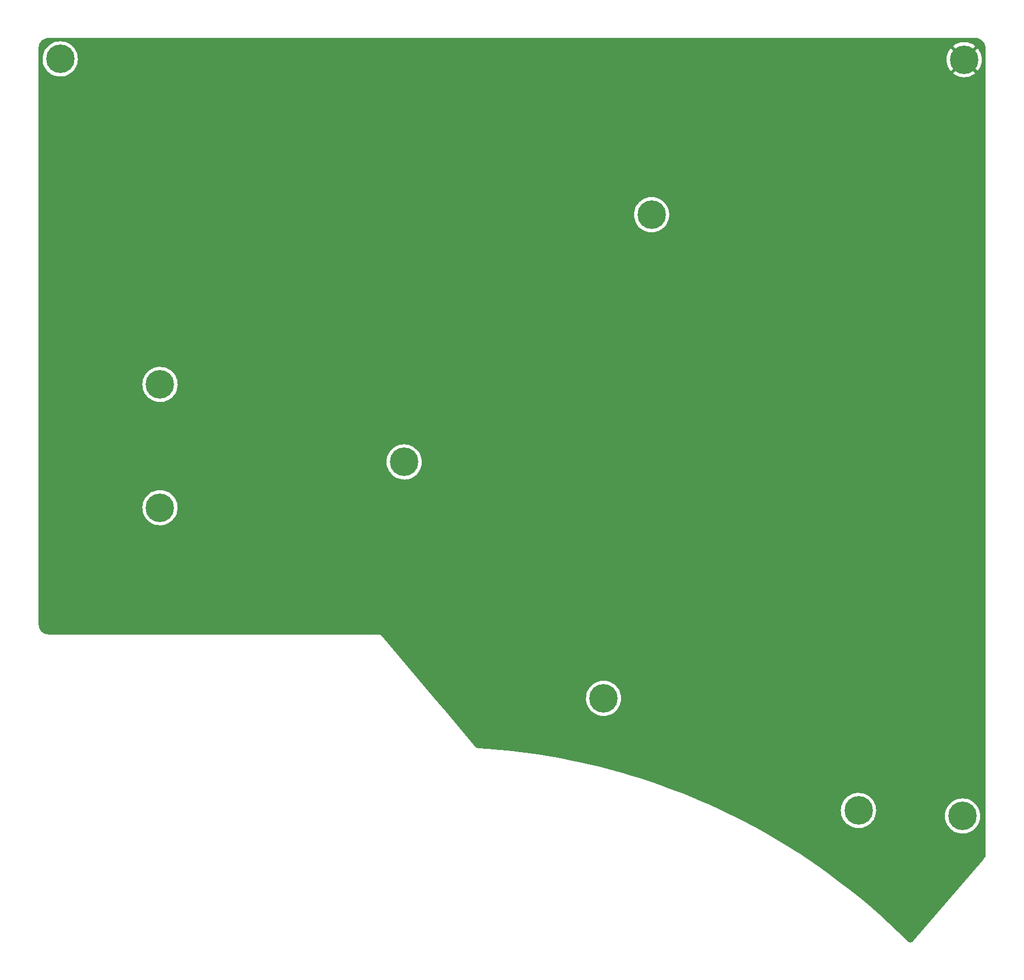
<source format=gbr>
%TF.GenerationSoftware,KiCad,Pcbnew,(6.0.5)*%
%TF.CreationDate,2022-07-25T14:13:38-03:00*%
%TF.ProjectId,bluejay_base,626c7565-6a61-4795-9f62-6173652e6b69,rev?*%
%TF.SameCoordinates,Original*%
%TF.FileFunction,Copper,L2,Bot*%
%TF.FilePolarity,Positive*%
%FSLAX46Y46*%
G04 Gerber Fmt 4.6, Leading zero omitted, Abs format (unit mm)*
G04 Created by KiCad (PCBNEW (6.0.5)) date 2022-07-25 14:13:38*
%MOMM*%
%LPD*%
G01*
G04 APERTURE LIST*
%TA.AperFunction,ComponentPad*%
%ADD10C,4.400000*%
%TD*%
G04 APERTURE END LIST*
D10*
%TO.P,H9,1*%
%TO.N,N/C*%
X56950000Y-64150000D03*
%TD*%
%TO.P,H8,1*%
%TO.N,N/C*%
X40900000Y-63300000D03*
%TD*%
%TO.P,H5,1*%
%TO.N,N/C*%
X-29150000Y-9550000D03*
%TD*%
%TO.P,H1,1*%
%TO.N,N/C*%
X-82200000Y52600000D03*
%TD*%
%TO.P,H7,1*%
%TO.N,N/C*%
X1600000Y-46000000D03*
%TD*%
%TO.P,H2,1,1*%
%TO.N,GND*%
X57200000Y52500000D03*
%TD*%
%TO.P,H3,1*%
%TO.N,N/C*%
X9000000Y28600000D03*
%TD*%
%TO.P,H6,1*%
%TO.N,N/C*%
X-66800000Y-16600000D03*
%TD*%
%TO.P,H4,1*%
%TO.N,N/C*%
X-66800000Y2400000D03*
%TD*%
%TA.AperFunction,Conductor*%
%TO.N,GND*%
G36*
X57044545Y55891442D02*
G01*
X57740352Y55871158D01*
X58925216Y55836616D01*
X58941331Y55835106D01*
X58973209Y55830033D01*
X58988526Y55831984D01*
X59013813Y55832644D01*
X59182821Y55820040D01*
X59200532Y55817444D01*
X59390887Y55775551D01*
X59408052Y55770471D01*
X59590542Y55702027D01*
X59606815Y55694566D01*
X59777774Y55600945D01*
X59792824Y55591253D01*
X59948784Y55474355D01*
X59962309Y55462628D01*
X60100128Y55324809D01*
X60111855Y55311284D01*
X60228753Y55155324D01*
X60238445Y55140274D01*
X60332066Y54969315D01*
X60339527Y54953042D01*
X60407971Y54770552D01*
X60413051Y54753387D01*
X60454944Y54563032D01*
X60457540Y54545321D01*
X60467211Y54415653D01*
X60469615Y54383414D01*
X60468912Y54365096D01*
X60468841Y54357135D01*
X60467490Y54348261D01*
X60468684Y54339364D01*
X60471580Y54317775D01*
X60472699Y54301021D01*
X60472700Y-70421628D01*
X60452698Y-70489749D01*
X60442378Y-70503615D01*
X60069844Y-70938349D01*
X49419577Y-83366829D01*
X49409307Y-83377478D01*
X49396721Y-83389082D01*
X49382949Y-83401779D01*
X49378321Y-83409473D01*
X49377543Y-83410428D01*
X49359493Y-83433504D01*
X49325218Y-83467735D01*
X49295157Y-83497758D01*
X49272590Y-83515644D01*
X49179308Y-83573569D01*
X49153266Y-83585866D01*
X49049267Y-83621097D01*
X49021117Y-83627159D01*
X48911842Y-83637857D01*
X48883048Y-83637370D01*
X48793747Y-83625562D01*
X48774187Y-83622976D01*
X48746261Y-83615964D01*
X48643513Y-83577228D01*
X48617907Y-83564058D01*
X48526636Y-83503004D01*
X48504692Y-83484365D01*
X48446917Y-83422617D01*
X48436773Y-83410297D01*
X48431859Y-83403492D01*
X48427688Y-83395542D01*
X48409333Y-83376525D01*
X48397575Y-83362413D01*
X48382177Y-83340921D01*
X48377763Y-83336425D01*
X48376791Y-83335434D01*
X48376787Y-83335431D01*
X48373383Y-83331963D01*
X48370579Y-83329875D01*
X48368261Y-83327737D01*
X46968380Y-81962482D01*
X46302823Y-81337759D01*
X45538265Y-80620108D01*
X45538223Y-80620070D01*
X45537838Y-80619708D01*
X44081893Y-79304522D01*
X42601076Y-78017404D01*
X42600679Y-78017072D01*
X42600652Y-78017049D01*
X41096412Y-76759228D01*
X41095929Y-76758824D01*
X39567002Y-75529242D01*
X38014852Y-74329108D01*
X36440048Y-73158859D01*
X34843164Y-72018924D01*
X34842699Y-72018605D01*
X34842670Y-72018585D01*
X33225254Y-70910041D01*
X33224783Y-70909718D01*
X33224351Y-70909434D01*
X33224311Y-70909407D01*
X31585938Y-69831937D01*
X31585911Y-69831920D01*
X31585498Y-69831648D01*
X29925908Y-68785106D01*
X29535044Y-68548946D01*
X28247174Y-67770812D01*
X28247135Y-67770789D01*
X28246617Y-67770476D01*
X26548240Y-66788128D01*
X24831398Y-65838421D01*
X23096718Y-64921702D01*
X23096241Y-64921461D01*
X23096213Y-64921447D01*
X21345363Y-64038572D01*
X21345342Y-64038562D01*
X21344833Y-64038305D01*
X21277388Y-64005897D01*
X20435777Y-63601498D01*
X19749182Y-63271585D01*
X38186698Y-63271585D01*
X38202936Y-63597759D01*
X38203577Y-63601490D01*
X38203578Y-63601498D01*
X38242463Y-63827793D01*
X38258241Y-63919619D01*
X38259329Y-63923258D01*
X38259330Y-63923261D01*
X38344135Y-64206826D01*
X38351814Y-64232504D01*
X38482297Y-64531881D01*
X38484220Y-64535152D01*
X38484222Y-64535156D01*
X38526584Y-64607215D01*
X38647802Y-64813414D01*
X38650103Y-64816429D01*
X38843631Y-65070012D01*
X38843636Y-65070017D01*
X38845931Y-65073025D01*
X39073814Y-65306953D01*
X39204186Y-65411962D01*
X39325196Y-65509431D01*
X39325201Y-65509435D01*
X39328149Y-65511809D01*
X39605253Y-65684627D01*
X39901112Y-65822903D01*
X39904721Y-65824086D01*
X40206532Y-65923025D01*
X40211440Y-65924634D01*
X40531742Y-65988346D01*
X40535514Y-65988633D01*
X40535522Y-65988634D01*
X40853602Y-66012829D01*
X40853607Y-66012829D01*
X40857379Y-66013116D01*
X41183633Y-65998586D01*
X41243425Y-65988634D01*
X41502037Y-65945590D01*
X41502042Y-65945589D01*
X41505778Y-65944967D01*
X41819149Y-65853034D01*
X41822616Y-65851544D01*
X41822620Y-65851543D01*
X42115721Y-65725616D01*
X42115723Y-65725615D01*
X42119205Y-65724119D01*
X42401601Y-65560091D01*
X42662245Y-65363324D01*
X42871000Y-65162084D01*
X42894632Y-65139303D01*
X42894635Y-65139300D01*
X42897363Y-65136670D01*
X43072157Y-64921969D01*
X43101155Y-64886351D01*
X43101158Y-64886347D01*
X43103549Y-64883410D01*
X43277815Y-64607215D01*
X43313294Y-64532329D01*
X43416009Y-64315522D01*
X43417638Y-64312084D01*
X43444188Y-64232504D01*
X43481193Y-64121585D01*
X54236698Y-64121585D01*
X54252936Y-64447759D01*
X54253577Y-64451490D01*
X54253578Y-64451498D01*
X54268109Y-64536060D01*
X54308241Y-64769619D01*
X54309329Y-64773258D01*
X54309330Y-64773261D01*
X54353804Y-64921969D01*
X54401814Y-65082504D01*
X54403327Y-65085975D01*
X54403329Y-65085981D01*
X54434929Y-65158482D01*
X54532297Y-65381881D01*
X54534220Y-65385152D01*
X54534222Y-65385156D01*
X54576584Y-65457215D01*
X54697802Y-65663414D01*
X54700103Y-65666429D01*
X54893631Y-65920012D01*
X54893636Y-65920017D01*
X54895931Y-65923025D01*
X55123814Y-66156953D01*
X55196635Y-66215607D01*
X55375196Y-66359431D01*
X55375201Y-66359435D01*
X55378149Y-66361809D01*
X55655253Y-66534627D01*
X55951112Y-66672903D01*
X56261440Y-66774634D01*
X56581742Y-66838346D01*
X56585514Y-66838633D01*
X56585522Y-66838634D01*
X56903602Y-66862829D01*
X56903607Y-66862829D01*
X56907379Y-66863116D01*
X57233633Y-66848586D01*
X57293425Y-66838634D01*
X57552037Y-66795590D01*
X57552042Y-66795589D01*
X57555778Y-66794967D01*
X57869149Y-66703034D01*
X57872616Y-66701544D01*
X57872620Y-66701543D01*
X58165721Y-66575616D01*
X58165723Y-66575615D01*
X58169205Y-66574119D01*
X58451601Y-66410091D01*
X58712245Y-66213324D01*
X58829804Y-66099997D01*
X58944632Y-65989303D01*
X58944635Y-65989300D01*
X58947363Y-65986670D01*
X59153549Y-65733410D01*
X59327815Y-65457215D01*
X59467638Y-65162084D01*
X59468840Y-65158482D01*
X59569790Y-64855897D01*
X59569792Y-64855891D01*
X59570992Y-64852293D01*
X59636381Y-64532329D01*
X59642956Y-64451498D01*
X59662674Y-64209061D01*
X59662856Y-64206826D01*
X59663451Y-64150000D01*
X59661510Y-64117796D01*
X59644026Y-63827793D01*
X59644026Y-63827789D01*
X59643798Y-63824015D01*
X59638650Y-63795824D01*
X59585805Y-63506473D01*
X59585804Y-63506469D01*
X59585125Y-63502751D01*
X59577722Y-63478907D01*
X59489404Y-63194477D01*
X59488282Y-63190863D01*
X59354670Y-62892869D01*
X59186226Y-62613084D01*
X59183899Y-62610100D01*
X59183894Y-62610093D01*
X58987726Y-62358558D01*
X58987724Y-62358556D01*
X58985390Y-62355563D01*
X58755070Y-62124034D01*
X58498603Y-61921852D01*
X58219705Y-61751945D01*
X58216261Y-61750379D01*
X58216257Y-61750377D01*
X58105667Y-61700095D01*
X57922414Y-61616775D01*
X57611037Y-61518300D01*
X57393492Y-61477390D01*
X57293809Y-61458645D01*
X57293807Y-61458645D01*
X57290086Y-61457945D01*
X56964208Y-61436586D01*
X56960428Y-61436794D01*
X56960427Y-61436794D01*
X56862897Y-61442162D01*
X56638124Y-61454532D01*
X56634397Y-61455193D01*
X56634393Y-61455193D01*
X56484935Y-61481681D01*
X56316557Y-61511522D01*
X56312941Y-61512624D01*
X56312933Y-61512626D01*
X56054223Y-61591475D01*
X56004167Y-61606731D01*
X55705477Y-61738781D01*
X55614976Y-61792623D01*
X55428074Y-61903817D01*
X55428068Y-61903821D01*
X55424814Y-61905757D01*
X55421812Y-61908073D01*
X55242596Y-62046338D01*
X55166244Y-62105243D01*
X54933513Y-62334347D01*
X54931149Y-62337314D01*
X54931146Y-62337317D01*
X54775860Y-62532189D01*
X54729991Y-62589751D01*
X54558626Y-62867757D01*
X54421902Y-63164336D01*
X54420741Y-63167940D01*
X54420741Y-63167941D01*
X54412196Y-63194477D01*
X54321797Y-63475192D01*
X54321079Y-63478903D01*
X54321078Y-63478907D01*
X54260482Y-63792105D01*
X54260481Y-63792114D01*
X54259763Y-63795824D01*
X54259496Y-63799600D01*
X54259495Y-63799605D01*
X54237261Y-64113627D01*
X54236698Y-64121585D01*
X43481193Y-64121585D01*
X43519790Y-64005897D01*
X43519792Y-64005891D01*
X43520992Y-64002293D01*
X43586381Y-63682329D01*
X43592956Y-63601498D01*
X43612674Y-63359061D01*
X43612856Y-63356826D01*
X43613451Y-63300000D01*
X43611510Y-63267796D01*
X43594026Y-62977793D01*
X43594026Y-62977789D01*
X43593798Y-62974015D01*
X43588650Y-62945824D01*
X43535805Y-62656473D01*
X43535804Y-62656469D01*
X43535125Y-62652751D01*
X43527722Y-62628907D01*
X43442846Y-62355563D01*
X43438282Y-62340863D01*
X43304670Y-62042869D01*
X43136226Y-61763084D01*
X43133899Y-61760100D01*
X43133894Y-61760093D01*
X42937726Y-61508558D01*
X42937724Y-61508556D01*
X42935390Y-61505563D01*
X42705070Y-61274034D01*
X42448603Y-61071852D01*
X42169705Y-60901945D01*
X42166261Y-60900379D01*
X42166257Y-60900377D01*
X42042266Y-60844002D01*
X41872414Y-60766775D01*
X41561037Y-60668300D01*
X41343492Y-60627390D01*
X41243809Y-60608645D01*
X41243807Y-60608645D01*
X41240086Y-60607945D01*
X40914208Y-60586586D01*
X40910428Y-60586794D01*
X40910427Y-60586794D01*
X40812897Y-60592162D01*
X40588124Y-60604532D01*
X40584397Y-60605193D01*
X40584393Y-60605193D01*
X40427341Y-60633027D01*
X40266557Y-60661522D01*
X40262941Y-60662624D01*
X40262933Y-60662626D01*
X39957789Y-60755627D01*
X39954167Y-60756731D01*
X39655477Y-60888781D01*
X39630041Y-60903914D01*
X39378074Y-61053817D01*
X39378068Y-61053821D01*
X39374814Y-61055757D01*
X39371812Y-61058073D01*
X39333640Y-61087523D01*
X39116244Y-61255243D01*
X39113534Y-61257911D01*
X38913129Y-61455193D01*
X38883513Y-61484347D01*
X38881149Y-61487314D01*
X38881146Y-61487317D01*
X38777986Y-61616775D01*
X38679991Y-61739751D01*
X38508626Y-62017757D01*
X38371902Y-62314336D01*
X38370741Y-62317940D01*
X38370741Y-62317941D01*
X38362196Y-62344477D01*
X38271797Y-62625192D01*
X38271079Y-62628903D01*
X38271078Y-62628907D01*
X38210482Y-62942105D01*
X38210481Y-62942114D01*
X38209763Y-62945824D01*
X38209496Y-62949600D01*
X38209495Y-62949605D01*
X38186966Y-63267796D01*
X38186698Y-63271585D01*
X19749182Y-63271585D01*
X19576383Y-63188554D01*
X17792015Y-62372759D01*
X17140550Y-62089843D01*
X15992972Y-61591475D01*
X15992964Y-61591472D01*
X15992380Y-61591218D01*
X15170761Y-61252922D01*
X14178711Y-60844452D01*
X14178680Y-60844440D01*
X14178137Y-60844216D01*
X13979346Y-60766775D01*
X12350479Y-60132234D01*
X12350458Y-60132226D01*
X12349947Y-60132027D01*
X11397310Y-59781738D01*
X10509032Y-59455114D01*
X10509000Y-59455103D01*
X10508479Y-59454911D01*
X10507960Y-59454731D01*
X10507903Y-59454711D01*
X8654955Y-58813305D01*
X8654919Y-58813293D01*
X8654405Y-58813115D01*
X8653884Y-58812946D01*
X8653855Y-58812936D01*
X6789026Y-58207075D01*
X6789019Y-58207073D01*
X6788404Y-58206873D01*
X5534597Y-57825861D01*
X4911762Y-57636592D01*
X4911747Y-57636587D01*
X4911156Y-57636408D01*
X4910616Y-57636255D01*
X4910585Y-57636246D01*
X3023878Y-57102076D01*
X3023847Y-57102067D01*
X3023347Y-57101926D01*
X1125668Y-56603625D01*
X-303314Y-56257451D01*
X-780594Y-56141829D01*
X-780608Y-56141826D01*
X-781189Y-56141685D01*
X-781752Y-56141560D01*
X-781769Y-56141556D01*
X-1505797Y-55980745D01*
X-2696526Y-55716276D01*
X-2697157Y-55716148D01*
X-2697178Y-55716144D01*
X-3901217Y-55472770D01*
X-4619645Y-55327553D01*
X-5847269Y-55103744D01*
X-6549221Y-54975771D01*
X-6549242Y-54975767D01*
X-6549842Y-54975658D01*
X-6550476Y-54975555D01*
X-6550487Y-54975553D01*
X-8485797Y-54660819D01*
X-8485799Y-54660819D01*
X-8486412Y-54660719D01*
X-10428649Y-54382853D01*
X-11257080Y-54280450D01*
X-12375216Y-54142236D01*
X-12375242Y-54142233D01*
X-12375841Y-54142159D01*
X-13351560Y-54040442D01*
X-14326673Y-53938789D01*
X-14326680Y-53938788D01*
X-14327278Y-53938726D01*
X-16282246Y-53772629D01*
X-16282799Y-53772593D01*
X-16282834Y-53772590D01*
X-17636636Y-53683594D01*
X-17970124Y-53661671D01*
X-18036786Y-53637243D01*
X-18058202Y-53617145D01*
X-22739279Y-48063324D01*
X-24502316Y-45971585D01*
X-1113302Y-45971585D01*
X-1097064Y-46297759D01*
X-1096423Y-46301490D01*
X-1096422Y-46301498D01*
X-1081891Y-46386060D01*
X-1041759Y-46619619D01*
X-948186Y-46932504D01*
X-817703Y-47231881D01*
X-815780Y-47235152D01*
X-815778Y-47235156D01*
X-773416Y-47307215D01*
X-652198Y-47513414D01*
X-649897Y-47516429D01*
X-456369Y-47770012D01*
X-456364Y-47770017D01*
X-454069Y-47773025D01*
X-226186Y-48006953D01*
X-153365Y-48065607D01*
X25196Y-48209431D01*
X25201Y-48209435D01*
X28149Y-48211809D01*
X305253Y-48384627D01*
X601112Y-48522903D01*
X911440Y-48624634D01*
X1231742Y-48688346D01*
X1235514Y-48688633D01*
X1235522Y-48688634D01*
X1553602Y-48712829D01*
X1553607Y-48712829D01*
X1557379Y-48713116D01*
X1883633Y-48698586D01*
X1943425Y-48688634D01*
X2202037Y-48645590D01*
X2202042Y-48645589D01*
X2205778Y-48644967D01*
X2519149Y-48553034D01*
X2522616Y-48551544D01*
X2522620Y-48551543D01*
X2815721Y-48425616D01*
X2815723Y-48425615D01*
X2819205Y-48424119D01*
X3101601Y-48260091D01*
X3362245Y-48063324D01*
X3597363Y-47836670D01*
X3803549Y-47583410D01*
X3977815Y-47307215D01*
X4117638Y-47012084D01*
X4144188Y-46932504D01*
X4219790Y-46705897D01*
X4219792Y-46705891D01*
X4220992Y-46702293D01*
X4286381Y-46382329D01*
X4292956Y-46301498D01*
X4312674Y-46059061D01*
X4312856Y-46056826D01*
X4313451Y-46000000D01*
X4311510Y-45967796D01*
X4294026Y-45677793D01*
X4294026Y-45677789D01*
X4293798Y-45674015D01*
X4288650Y-45645824D01*
X4235805Y-45356473D01*
X4235804Y-45356469D01*
X4235125Y-45352751D01*
X4227722Y-45328907D01*
X4139404Y-45044477D01*
X4138282Y-45040863D01*
X4004670Y-44742869D01*
X3836226Y-44463084D01*
X3833899Y-44460100D01*
X3833894Y-44460093D01*
X3637726Y-44208558D01*
X3637724Y-44208556D01*
X3635390Y-44205563D01*
X3405070Y-43974034D01*
X3148603Y-43771852D01*
X2869705Y-43601945D01*
X2866261Y-43600379D01*
X2866257Y-43600377D01*
X2755667Y-43550095D01*
X2572414Y-43466775D01*
X2261037Y-43368300D01*
X2043492Y-43327390D01*
X1943809Y-43308645D01*
X1943807Y-43308645D01*
X1940086Y-43307945D01*
X1614208Y-43286586D01*
X1610428Y-43286794D01*
X1610427Y-43286794D01*
X1512897Y-43292162D01*
X1288124Y-43304532D01*
X1284397Y-43305193D01*
X1284393Y-43305193D01*
X1127341Y-43333027D01*
X966557Y-43361522D01*
X962941Y-43362624D01*
X962933Y-43362626D01*
X657789Y-43455627D01*
X654167Y-43456731D01*
X355477Y-43588781D01*
X330041Y-43603914D01*
X78074Y-43753817D01*
X78068Y-43753821D01*
X74814Y-43755757D01*
X-183756Y-43955243D01*
X-416487Y-44184347D01*
X-418851Y-44187314D01*
X-418854Y-44187317D01*
X-435780Y-44208558D01*
X-620009Y-44439751D01*
X-791374Y-44717757D01*
X-928098Y-45014336D01*
X-929259Y-45017940D01*
X-929259Y-45017941D01*
X-937804Y-45044477D01*
X-1028203Y-45325192D01*
X-1028921Y-45328903D01*
X-1028922Y-45328907D01*
X-1089518Y-45642105D01*
X-1089519Y-45642114D01*
X-1090237Y-45645824D01*
X-1113302Y-45971585D01*
X-24502316Y-45971585D01*
X-32601673Y-36362178D01*
X-32611882Y-36348225D01*
X-32622828Y-36330882D01*
X-32622829Y-36330880D01*
X-32627620Y-36323290D01*
X-32680909Y-36276239D01*
X-32681309Y-36275885D01*
X-32728273Y-36234007D01*
X-32734702Y-36228274D01*
X-32735856Y-36227725D01*
X-32736808Y-36226885D01*
X-32801151Y-36196686D01*
X-32801710Y-36196422D01*
X-32858430Y-36169460D01*
X-32858434Y-36169459D01*
X-32866253Y-36165742D01*
X-32867513Y-36165540D01*
X-32868665Y-36164999D01*
X-32877223Y-36163668D01*
X-32877225Y-36163667D01*
X-32916700Y-36157526D01*
X-32939034Y-36154052D01*
X-32939439Y-36153988D01*
X-32984084Y-36146818D01*
X-33001206Y-36144068D01*
X-33001208Y-36144068D01*
X-33010068Y-36142645D01*
X-33018973Y-36143766D01*
X-33018976Y-36143766D01*
X-33043216Y-36146818D01*
X-33058937Y-36147805D01*
X-37918720Y-36148445D01*
X-83972973Y-36154511D01*
X-83993624Y-36152809D01*
X-84014051Y-36149416D01*
X-84029378Y-36151263D01*
X-84054669Y-36151753D01*
X-84225502Y-36137851D01*
X-84243183Y-36135138D01*
X-84435128Y-36091537D01*
X-84452244Y-36086347D01*
X-84636074Y-36015990D01*
X-84652293Y-36008421D01*
X-84824287Y-35912734D01*
X-84839270Y-35902944D01*
X-84995977Y-35783848D01*
X-85009422Y-35772033D01*
X-85147670Y-35631938D01*
X-85159305Y-35618338D01*
X-85276313Y-35460062D01*
X-85285899Y-35444958D01*
X-85379302Y-35271696D01*
X-85386648Y-35255394D01*
X-85454564Y-35070634D01*
X-85459527Y-35053448D01*
X-85500574Y-34860954D01*
X-85503054Y-34843228D01*
X-85514203Y-34679332D01*
X-85513382Y-34661034D01*
X-85513259Y-34653068D01*
X-85511850Y-34644199D01*
X-85516005Y-34611622D01*
X-85517018Y-34595682D01*
X-85516835Y-18813817D01*
X-85516809Y-16571585D01*
X-69513302Y-16571585D01*
X-69497064Y-16897759D01*
X-69496423Y-16901490D01*
X-69496422Y-16901498D01*
X-69481891Y-16986060D01*
X-69441759Y-17219619D01*
X-69348186Y-17532504D01*
X-69217703Y-17831881D01*
X-69215780Y-17835152D01*
X-69215778Y-17835156D01*
X-69173416Y-17907215D01*
X-69052198Y-18113414D01*
X-69049897Y-18116429D01*
X-68856369Y-18370012D01*
X-68856364Y-18370017D01*
X-68854069Y-18373025D01*
X-68626186Y-18606953D01*
X-68553365Y-18665607D01*
X-68374804Y-18809431D01*
X-68374799Y-18809435D01*
X-68371851Y-18811809D01*
X-68094747Y-18984627D01*
X-67798888Y-19122903D01*
X-67488560Y-19224634D01*
X-67168258Y-19288346D01*
X-67164486Y-19288633D01*
X-67164478Y-19288634D01*
X-66846398Y-19312829D01*
X-66846393Y-19312829D01*
X-66842621Y-19313116D01*
X-66516367Y-19298586D01*
X-66456575Y-19288634D01*
X-66197963Y-19245590D01*
X-66197958Y-19245589D01*
X-66194222Y-19244967D01*
X-65880851Y-19153034D01*
X-65877384Y-19151544D01*
X-65877380Y-19151543D01*
X-65584279Y-19025616D01*
X-65584277Y-19025615D01*
X-65580795Y-19024119D01*
X-65298399Y-18860091D01*
X-65037755Y-18663324D01*
X-64802637Y-18436670D01*
X-64596451Y-18183410D01*
X-64422185Y-17907215D01*
X-64282362Y-17612084D01*
X-64255812Y-17532504D01*
X-64180210Y-17305897D01*
X-64180208Y-17305891D01*
X-64179008Y-17302293D01*
X-64113619Y-16982329D01*
X-64107044Y-16901498D01*
X-64087326Y-16659061D01*
X-64087144Y-16656826D01*
X-64086549Y-16600000D01*
X-64088490Y-16567796D01*
X-64105974Y-16277793D01*
X-64105974Y-16277789D01*
X-64106202Y-16274015D01*
X-64111350Y-16245824D01*
X-64164195Y-15956473D01*
X-64164196Y-15956469D01*
X-64164875Y-15952751D01*
X-64172278Y-15928907D01*
X-64260596Y-15644477D01*
X-64261718Y-15640863D01*
X-64395330Y-15342869D01*
X-64563774Y-15063084D01*
X-64566101Y-15060100D01*
X-64566106Y-15060093D01*
X-64762274Y-14808558D01*
X-64762276Y-14808556D01*
X-64764610Y-14805563D01*
X-64994930Y-14574034D01*
X-65251397Y-14371852D01*
X-65530295Y-14201945D01*
X-65533739Y-14200379D01*
X-65533743Y-14200377D01*
X-65644333Y-14150095D01*
X-65827586Y-14066775D01*
X-66138963Y-13968300D01*
X-66356508Y-13927390D01*
X-66456191Y-13908645D01*
X-66456193Y-13908645D01*
X-66459914Y-13907945D01*
X-66785792Y-13886586D01*
X-66789572Y-13886794D01*
X-66789573Y-13886794D01*
X-66887103Y-13892162D01*
X-67111876Y-13904532D01*
X-67115603Y-13905193D01*
X-67115607Y-13905193D01*
X-67272659Y-13933027D01*
X-67433443Y-13961522D01*
X-67437059Y-13962624D01*
X-67437067Y-13962626D01*
X-67742211Y-14055627D01*
X-67745833Y-14056731D01*
X-68044523Y-14188781D01*
X-68069959Y-14203914D01*
X-68321926Y-14353817D01*
X-68321932Y-14353821D01*
X-68325186Y-14355757D01*
X-68583756Y-14555243D01*
X-68816487Y-14784347D01*
X-68818851Y-14787314D01*
X-68818854Y-14787317D01*
X-68835780Y-14808558D01*
X-69020009Y-15039751D01*
X-69191374Y-15317757D01*
X-69328098Y-15614336D01*
X-69329259Y-15617940D01*
X-69329259Y-15617941D01*
X-69337804Y-15644477D01*
X-69428203Y-15925192D01*
X-69428921Y-15928903D01*
X-69428922Y-15928907D01*
X-69489518Y-16242105D01*
X-69489519Y-16242114D01*
X-69490237Y-16245824D01*
X-69513302Y-16571585D01*
X-85516809Y-16571585D01*
X-85516728Y-9521585D01*
X-31863302Y-9521585D01*
X-31847064Y-9847759D01*
X-31846423Y-9851490D01*
X-31846422Y-9851498D01*
X-31831891Y-9936060D01*
X-31791759Y-10169619D01*
X-31698186Y-10482504D01*
X-31567703Y-10781881D01*
X-31565780Y-10785152D01*
X-31565778Y-10785156D01*
X-31523416Y-10857215D01*
X-31402198Y-11063414D01*
X-31399897Y-11066429D01*
X-31206369Y-11320012D01*
X-31206364Y-11320017D01*
X-31204069Y-11323025D01*
X-30976186Y-11556953D01*
X-30903365Y-11615607D01*
X-30724804Y-11759431D01*
X-30724799Y-11759435D01*
X-30721851Y-11761809D01*
X-30444747Y-11934627D01*
X-30148888Y-12072903D01*
X-29838560Y-12174634D01*
X-29518258Y-12238346D01*
X-29514486Y-12238633D01*
X-29514478Y-12238634D01*
X-29196398Y-12262829D01*
X-29196393Y-12262829D01*
X-29192621Y-12263116D01*
X-28866367Y-12248586D01*
X-28806575Y-12238634D01*
X-28547963Y-12195590D01*
X-28547958Y-12195589D01*
X-28544222Y-12194967D01*
X-28230851Y-12103034D01*
X-28227384Y-12101544D01*
X-28227380Y-12101543D01*
X-27934279Y-11975616D01*
X-27934277Y-11975615D01*
X-27930795Y-11974119D01*
X-27648399Y-11810091D01*
X-27387755Y-11613324D01*
X-27152637Y-11386670D01*
X-26946451Y-11133410D01*
X-26772185Y-10857215D01*
X-26632362Y-10562084D01*
X-26605812Y-10482504D01*
X-26530210Y-10255897D01*
X-26530208Y-10255891D01*
X-26529008Y-10252293D01*
X-26463619Y-9932329D01*
X-26457044Y-9851498D01*
X-26437326Y-9609061D01*
X-26437144Y-9606826D01*
X-26436549Y-9550000D01*
X-26438490Y-9517796D01*
X-26455974Y-9227793D01*
X-26455974Y-9227789D01*
X-26456202Y-9224015D01*
X-26461350Y-9195824D01*
X-26514195Y-8906473D01*
X-26514196Y-8906469D01*
X-26514875Y-8902751D01*
X-26522278Y-8878907D01*
X-26610596Y-8594477D01*
X-26611718Y-8590863D01*
X-26745330Y-8292869D01*
X-26913774Y-8013084D01*
X-26916101Y-8010100D01*
X-26916106Y-8010093D01*
X-27112274Y-7758558D01*
X-27112276Y-7758556D01*
X-27114610Y-7755563D01*
X-27344930Y-7524034D01*
X-27601397Y-7321852D01*
X-27880295Y-7151945D01*
X-27883739Y-7150379D01*
X-27883743Y-7150377D01*
X-27994333Y-7100095D01*
X-28177586Y-7016775D01*
X-28488963Y-6918300D01*
X-28706508Y-6877390D01*
X-28806191Y-6858645D01*
X-28806193Y-6858645D01*
X-28809914Y-6857945D01*
X-29135792Y-6836586D01*
X-29139572Y-6836794D01*
X-29139573Y-6836794D01*
X-29237103Y-6842162D01*
X-29461876Y-6854532D01*
X-29465603Y-6855193D01*
X-29465607Y-6855193D01*
X-29622659Y-6883027D01*
X-29783443Y-6911522D01*
X-29787059Y-6912624D01*
X-29787067Y-6912626D01*
X-30092211Y-7005627D01*
X-30095833Y-7006731D01*
X-30394523Y-7138781D01*
X-30419959Y-7153914D01*
X-30671926Y-7303817D01*
X-30671932Y-7303821D01*
X-30675186Y-7305757D01*
X-30933756Y-7505243D01*
X-31166487Y-7734347D01*
X-31168851Y-7737314D01*
X-31168854Y-7737317D01*
X-31185780Y-7758558D01*
X-31370009Y-7989751D01*
X-31541374Y-8267757D01*
X-31678098Y-8564336D01*
X-31679259Y-8567940D01*
X-31679259Y-8567941D01*
X-31687804Y-8594477D01*
X-31778203Y-8875192D01*
X-31778921Y-8878903D01*
X-31778922Y-8878907D01*
X-31839518Y-9192105D01*
X-31839519Y-9192114D01*
X-31840237Y-9195824D01*
X-31863302Y-9521585D01*
X-85516728Y-9521585D01*
X-85516590Y2428415D01*
X-69513302Y2428415D01*
X-69497064Y2102241D01*
X-69496423Y2098510D01*
X-69496422Y2098502D01*
X-69481891Y2013940D01*
X-69441759Y1780381D01*
X-69348186Y1467496D01*
X-69217703Y1168119D01*
X-69215780Y1164848D01*
X-69215778Y1164844D01*
X-69173416Y1092785D01*
X-69052198Y886586D01*
X-69049897Y883571D01*
X-68856369Y629988D01*
X-68856364Y629983D01*
X-68854069Y626975D01*
X-68626186Y393047D01*
X-68553365Y334393D01*
X-68374804Y190569D01*
X-68374799Y190565D01*
X-68371851Y188191D01*
X-68094747Y15373D01*
X-67798888Y-122903D01*
X-67488560Y-224634D01*
X-67168258Y-288346D01*
X-67164486Y-288633D01*
X-67164478Y-288634D01*
X-66846398Y-312829D01*
X-66846393Y-312829D01*
X-66842621Y-313116D01*
X-66516367Y-298586D01*
X-66456575Y-288634D01*
X-66197963Y-245590D01*
X-66197958Y-245589D01*
X-66194222Y-244967D01*
X-65880851Y-153034D01*
X-65877384Y-151544D01*
X-65877380Y-151543D01*
X-65584279Y-25616D01*
X-65584277Y-25615D01*
X-65580795Y-24119D01*
X-65298399Y139909D01*
X-65037755Y336676D01*
X-64802637Y563330D01*
X-64596451Y816590D01*
X-64422185Y1092785D01*
X-64282362Y1387916D01*
X-64255812Y1467496D01*
X-64180210Y1694103D01*
X-64180208Y1694109D01*
X-64179008Y1697707D01*
X-64113619Y2017671D01*
X-64107044Y2098502D01*
X-64087326Y2340939D01*
X-64087144Y2343174D01*
X-64086549Y2400000D01*
X-64088490Y2432204D01*
X-64105974Y2722207D01*
X-64105974Y2722211D01*
X-64106202Y2725985D01*
X-64111350Y2754176D01*
X-64164195Y3043527D01*
X-64164196Y3043531D01*
X-64164875Y3047249D01*
X-64172278Y3071093D01*
X-64260596Y3355523D01*
X-64261718Y3359137D01*
X-64395330Y3657131D01*
X-64563774Y3936916D01*
X-64566101Y3939900D01*
X-64566106Y3939907D01*
X-64762274Y4191442D01*
X-64762276Y4191444D01*
X-64764610Y4194437D01*
X-64994930Y4425966D01*
X-65251397Y4628148D01*
X-65530295Y4798055D01*
X-65533739Y4799621D01*
X-65533743Y4799623D01*
X-65644333Y4849905D01*
X-65827586Y4933225D01*
X-66138963Y5031700D01*
X-66356508Y5072610D01*
X-66456191Y5091355D01*
X-66456193Y5091355D01*
X-66459914Y5092055D01*
X-66785792Y5113414D01*
X-66789572Y5113206D01*
X-66789573Y5113206D01*
X-66887103Y5107838D01*
X-67111876Y5095468D01*
X-67115603Y5094807D01*
X-67115607Y5094807D01*
X-67272659Y5066973D01*
X-67433443Y5038478D01*
X-67437059Y5037376D01*
X-67437067Y5037374D01*
X-67742211Y4944373D01*
X-67745833Y4943269D01*
X-68044523Y4811219D01*
X-68069959Y4796086D01*
X-68321926Y4646183D01*
X-68321932Y4646179D01*
X-68325186Y4644243D01*
X-68583756Y4444757D01*
X-68816487Y4215653D01*
X-68818851Y4212686D01*
X-68818854Y4212683D01*
X-68835780Y4191442D01*
X-69020009Y3960249D01*
X-69191374Y3682243D01*
X-69328098Y3385664D01*
X-69329259Y3382060D01*
X-69329259Y3382059D01*
X-69337804Y3355523D01*
X-69428203Y3074808D01*
X-69428921Y3071097D01*
X-69428922Y3071093D01*
X-69489518Y2757895D01*
X-69489519Y2757886D01*
X-69490237Y2754176D01*
X-69513302Y2428415D01*
X-85516590Y2428415D01*
X-85516311Y26539309D01*
X-85516287Y28628415D01*
X6286698Y28628415D01*
X6302936Y28302241D01*
X6303577Y28298510D01*
X6303578Y28298502D01*
X6318109Y28213940D01*
X6358241Y27980381D01*
X6451814Y27667496D01*
X6582297Y27368119D01*
X6584220Y27364848D01*
X6584222Y27364844D01*
X6626584Y27292785D01*
X6747802Y27086586D01*
X6750103Y27083571D01*
X6943631Y26829988D01*
X6943636Y26829983D01*
X6945931Y26826975D01*
X7173814Y26593047D01*
X7246635Y26534393D01*
X7425196Y26390569D01*
X7425201Y26390565D01*
X7428149Y26388191D01*
X7705253Y26215373D01*
X8001112Y26077097D01*
X8311440Y25975366D01*
X8631742Y25911654D01*
X8635514Y25911367D01*
X8635522Y25911366D01*
X8953602Y25887171D01*
X8953607Y25887171D01*
X8957379Y25886884D01*
X9283633Y25901414D01*
X9343425Y25911366D01*
X9602037Y25954410D01*
X9602042Y25954411D01*
X9605778Y25955033D01*
X9919149Y26046966D01*
X9922616Y26048456D01*
X9922620Y26048457D01*
X10215721Y26174384D01*
X10215723Y26174385D01*
X10219205Y26175881D01*
X10501601Y26339909D01*
X10762245Y26536676D01*
X10997363Y26763330D01*
X11203549Y27016590D01*
X11377815Y27292785D01*
X11517638Y27587916D01*
X11544188Y27667496D01*
X11619790Y27894103D01*
X11619792Y27894109D01*
X11620992Y27897707D01*
X11686381Y28217671D01*
X11692956Y28298502D01*
X11712674Y28540939D01*
X11712856Y28543174D01*
X11713451Y28600000D01*
X11711510Y28632204D01*
X11694026Y28922207D01*
X11694026Y28922211D01*
X11693798Y28925985D01*
X11688650Y28954176D01*
X11635805Y29243527D01*
X11635804Y29243531D01*
X11635125Y29247249D01*
X11627722Y29271093D01*
X11539404Y29555523D01*
X11538282Y29559137D01*
X11404670Y29857131D01*
X11236226Y30136916D01*
X11233899Y30139900D01*
X11233894Y30139907D01*
X11037726Y30391442D01*
X11037724Y30391444D01*
X11035390Y30394437D01*
X10805070Y30625966D01*
X10548603Y30828148D01*
X10269705Y30998055D01*
X10266261Y30999621D01*
X10266257Y30999623D01*
X10155667Y31049905D01*
X9972414Y31133225D01*
X9661037Y31231700D01*
X9443492Y31272610D01*
X9343809Y31291355D01*
X9343807Y31291355D01*
X9340086Y31292055D01*
X9014208Y31313414D01*
X9010428Y31313206D01*
X9010427Y31313206D01*
X8912897Y31307838D01*
X8688124Y31295468D01*
X8684397Y31294807D01*
X8684393Y31294807D01*
X8527340Y31266973D01*
X8366557Y31238478D01*
X8362941Y31237376D01*
X8362933Y31237374D01*
X8057789Y31144373D01*
X8054167Y31143269D01*
X7755477Y31011219D01*
X7730041Y30996086D01*
X7478074Y30846183D01*
X7478068Y30846179D01*
X7474814Y30844243D01*
X7216244Y30644757D01*
X6983513Y30415653D01*
X6981149Y30412686D01*
X6981146Y30412683D01*
X6964220Y30391442D01*
X6779991Y30160249D01*
X6608626Y29882243D01*
X6471902Y29585664D01*
X6470741Y29582060D01*
X6470741Y29582059D01*
X6462196Y29555523D01*
X6371797Y29274808D01*
X6371079Y29271097D01*
X6371078Y29271093D01*
X6310482Y28957895D01*
X6310481Y28957886D01*
X6309763Y28954176D01*
X6286698Y28628415D01*
X-85516287Y28628415D01*
X-85516009Y52628415D01*
X-84913302Y52628415D01*
X-84897064Y52302241D01*
X-84896423Y52298510D01*
X-84896422Y52298502D01*
X-84866013Y52121535D01*
X-84841759Y51980381D01*
X-84748186Y51667496D01*
X-84746673Y51664025D01*
X-84746671Y51664019D01*
X-84703161Y51564192D01*
X-84617703Y51368119D01*
X-84615780Y51364848D01*
X-84615778Y51364844D01*
X-84573416Y51292785D01*
X-84452198Y51086586D01*
X-84449897Y51083571D01*
X-84256369Y50829988D01*
X-84256364Y50829983D01*
X-84254069Y50826975D01*
X-84026186Y50593047D01*
X-83953365Y50534393D01*
X-83774804Y50390569D01*
X-83774799Y50390565D01*
X-83771851Y50388191D01*
X-83494747Y50215373D01*
X-83198888Y50077097D01*
X-83111522Y50048457D01*
X-82900173Y49979173D01*
X-82888560Y49975366D01*
X-82568258Y49911654D01*
X-82564486Y49911367D01*
X-82564478Y49911366D01*
X-82246398Y49887171D01*
X-82246393Y49887171D01*
X-82242621Y49886884D01*
X-81916367Y49901414D01*
X-81856575Y49911366D01*
X-81597963Y49954410D01*
X-81597958Y49954411D01*
X-81594222Y49955033D01*
X-81280851Y50046966D01*
X-81277384Y50048456D01*
X-81277380Y50048457D01*
X-80984279Y50174384D01*
X-80984277Y50174385D01*
X-80980795Y50175881D01*
X-80698399Y50339909D01*
X-80600816Y50413577D01*
X55478703Y50413577D01*
X55486227Y50403146D01*
X55625483Y50290980D01*
X55631657Y50286592D01*
X55902271Y50117822D01*
X55908931Y50114206D01*
X56197852Y49979173D01*
X56204905Y49976380D01*
X56507970Y49877030D01*
X56515282Y49875112D01*
X56828092Y49812891D01*
X56835590Y49811863D01*
X57153610Y49787672D01*
X57161173Y49787554D01*
X57479785Y49801743D01*
X57487326Y49802535D01*
X57801924Y49854899D01*
X57809302Y49856589D01*
X58115355Y49946375D01*
X58122450Y49948929D01*
X58415496Y50074831D01*
X58422263Y50078235D01*
X58698042Y50238420D01*
X58704349Y50242610D01*
X58914305Y50401111D01*
X58922761Y50412504D01*
X58916045Y50424744D01*
X57212810Y52127980D01*
X57198869Y52135592D01*
X57197034Y52135461D01*
X57190420Y52131210D01*
X55485818Y50426607D01*
X55478703Y50413577D01*
X-80600816Y50413577D01*
X-80437755Y50536676D01*
X-80202637Y50763330D01*
X-80080017Y50913945D01*
X-79998845Y51013649D01*
X-79998842Y51013653D01*
X-79996451Y51016590D01*
X-79839671Y51265071D01*
X-79824212Y51289572D01*
X-79824210Y51289575D01*
X-79822185Y51292785D01*
X-79682362Y51587916D01*
X-79655812Y51667496D01*
X-79580210Y51894103D01*
X-79580208Y51894109D01*
X-79579008Y51897707D01*
X-79513619Y52217671D01*
X-79507044Y52298502D01*
X-79495095Y52445424D01*
X-79488653Y52524617D01*
X54487388Y52524617D01*
X54503245Y52206086D01*
X54504076Y52198557D01*
X54558085Y51884241D01*
X54559818Y51876854D01*
X54651196Y51571305D01*
X54653799Y51564192D01*
X54781227Y51271827D01*
X54784669Y51265071D01*
X54946296Y50990135D01*
X54950519Y50983850D01*
X55101463Y50786066D01*
X55112989Y50777604D01*
X55125054Y50784265D01*
X56827980Y52487190D01*
X56834357Y52498869D01*
X57564408Y52498869D01*
X57564539Y52497034D01*
X57568790Y52490420D01*
X59273285Y50785926D01*
X59286408Y50778760D01*
X59296709Y50786149D01*
X59400751Y50913945D01*
X59405164Y50920086D01*
X59575349Y51189813D01*
X59579005Y51196464D01*
X59715544Y51484665D01*
X59718375Y51491705D01*
X59819306Y51794233D01*
X59821270Y51801567D01*
X59885122Y52114011D01*
X59886194Y52121535D01*
X59912173Y52440949D01*
X59912378Y52445424D01*
X59912927Y52497779D01*
X59912817Y52502211D01*
X59893529Y52822147D01*
X59892621Y52829649D01*
X59835319Y53143407D01*
X59833518Y53150740D01*
X59738935Y53455345D01*
X59736263Y53462417D01*
X59605781Y53753430D01*
X59602264Y53760157D01*
X59437771Y54033379D01*
X59433481Y54039623D01*
X59297991Y54213353D01*
X59286199Y54221822D01*
X59274486Y54215275D01*
X57572020Y52512810D01*
X57564408Y52498869D01*
X56834357Y52498869D01*
X56835592Y52501131D01*
X56835461Y52502966D01*
X56831210Y52509580D01*
X55126445Y54214344D01*
X55113510Y54221408D01*
X55102949Y54213748D01*
X54982766Y54062928D01*
X54978410Y54056730D01*
X54811059Y53785236D01*
X54807479Y53778560D01*
X54673956Y53488926D01*
X54671206Y53481875D01*
X54573444Y53178292D01*
X54571561Y53170959D01*
X54510979Y52857830D01*
X54509992Y52850330D01*
X54487467Y52532198D01*
X54487388Y52524617D01*
X-79488653Y52524617D01*
X-79487144Y52543174D01*
X-79486549Y52600000D01*
X-79488490Y52632204D01*
X-79505974Y52922207D01*
X-79505974Y52922211D01*
X-79506202Y52925985D01*
X-79511350Y52954176D01*
X-79564195Y53243527D01*
X-79564196Y53243531D01*
X-79564875Y53247249D01*
X-79572278Y53271093D01*
X-79660596Y53555523D01*
X-79661718Y53559137D01*
X-79795330Y53857131D01*
X-79963774Y54136916D01*
X-79966101Y54139900D01*
X-79966106Y54139907D01*
X-80162274Y54391442D01*
X-80162276Y54391444D01*
X-80164610Y54394437D01*
X-80355747Y54586577D01*
X55477917Y54586577D01*
X55484520Y54574691D01*
X57187190Y52872020D01*
X57201131Y52864408D01*
X57202966Y52864539D01*
X57209580Y52868790D01*
X58914559Y54573770D01*
X58921571Y54586611D01*
X58913777Y54597299D01*
X58751298Y54725387D01*
X58745075Y54729712D01*
X58472702Y54895643D01*
X58466025Y54899178D01*
X58175686Y55031187D01*
X58168616Y55033901D01*
X57864537Y55130068D01*
X57857186Y55131915D01*
X57543746Y55190858D01*
X57536237Y55191806D01*
X57217989Y55212665D01*
X57210424Y55212705D01*
X56891964Y55195179D01*
X56884450Y55194310D01*
X56570405Y55138652D01*
X56563044Y55136885D01*
X56257980Y55043908D01*
X56250860Y55041260D01*
X55959182Y54912310D01*
X55952445Y54908833D01*
X55678355Y54745767D01*
X55672091Y54741510D01*
X55486385Y54598238D01*
X55477917Y54586577D01*
X-80355747Y54586577D01*
X-80392258Y54623280D01*
X-80394930Y54625966D01*
X-80651397Y54828148D01*
X-80930295Y54998055D01*
X-80933739Y54999621D01*
X-80933743Y54999623D01*
X-81044333Y55049905D01*
X-81227586Y55133225D01*
X-81538963Y55231700D01*
X-81756508Y55272610D01*
X-81856191Y55291355D01*
X-81856193Y55291355D01*
X-81859914Y55292055D01*
X-82185792Y55313414D01*
X-82189572Y55313206D01*
X-82189573Y55313206D01*
X-82287103Y55307838D01*
X-82511876Y55295468D01*
X-82515603Y55294807D01*
X-82515607Y55294807D01*
X-82672660Y55266973D01*
X-82833443Y55238478D01*
X-82837059Y55237376D01*
X-82837067Y55237374D01*
X-83142211Y55144373D01*
X-83145833Y55143269D01*
X-83444523Y55011219D01*
X-83522310Y54964941D01*
X-83721926Y54846183D01*
X-83721932Y54846179D01*
X-83725186Y54844243D01*
X-83728188Y54841927D01*
X-83979818Y54647795D01*
X-83983756Y54644757D01*
X-84216487Y54415653D01*
X-84218851Y54412686D01*
X-84218854Y54412683D01*
X-84417644Y54163217D01*
X-84420009Y54160249D01*
X-84591374Y53882243D01*
X-84728098Y53585664D01*
X-84729259Y53582060D01*
X-84729259Y53582059D01*
X-84737804Y53555523D01*
X-84828203Y53274808D01*
X-84828921Y53271097D01*
X-84828922Y53271093D01*
X-84889518Y52957895D01*
X-84889519Y52957886D01*
X-84890237Y52954176D01*
X-84913302Y52628415D01*
X-85516009Y52628415D01*
X-85515990Y54304510D01*
X-85514635Y54322939D01*
X-85512078Y54340230D01*
X-85512078Y54340233D01*
X-85510765Y54349113D01*
X-85511998Y54358011D01*
X-85512856Y54364205D01*
X-85513786Y54389634D01*
X-85502899Y54557916D01*
X-85500416Y54575943D01*
X-85465273Y54741510D01*
X-85460161Y54765593D01*
X-85455108Y54783071D01*
X-85431805Y54846183D01*
X-85387956Y54964944D01*
X-85380438Y54981511D01*
X-85287789Y55151814D01*
X-85277969Y55167116D01*
X-85161750Y55322303D01*
X-85149819Y55336042D01*
X-85012471Y55472858D01*
X-84998686Y55484736D01*
X-84963496Y55510877D01*
X-84843046Y55600354D01*
X-84827704Y55610114D01*
X-84657043Y55702101D01*
X-84640449Y55709554D01*
X-84458319Y55775999D01*
X-84440817Y55780985D01*
X-84406145Y55788204D01*
X-84251011Y55820503D01*
X-84232982Y55822915D01*
X-84071736Y55832719D01*
X-84054522Y55831811D01*
X-84054522Y55831813D01*
X-84045551Y55831600D01*
X-84036697Y55830116D01*
X-84001278Y55834332D01*
X-83986435Y55835215D01*
X-70972983Y55840408D01*
X57040823Y55891496D01*
X57044545Y55891442D01*
G37*
%TD.AperFunction*%
%TD*%
M02*

</source>
